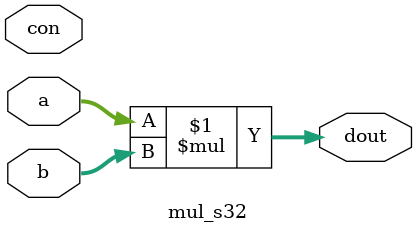
<source format=v>

module mul_s32 (
	a, b, dout, con
);
	input signed [31:0] a, b;
	output signed [63:0] dout;
	input con;

	// t« s32 x s32 = s64 rbgæZ
	assign dout = a * b;

endmodule

</source>
